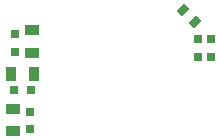
<source format=gtp>
G04*
G04 #@! TF.GenerationSoftware,Altium Limited,Altium Designer,21.2.0 (30)*
G04*
G04 Layer_Color=8421504*
%FSLAX25Y25*%
%MOIN*%
G70*
G04*
G04 #@! TF.SameCoordinates,4DC21BA0-2D48-497D-8E21-FAA421B52516*
G04*
G04*
G04 #@! TF.FilePolarity,Positive*
G04*
G01*
G75*
%ADD12R,0.05118X0.03543*%
%ADD13R,0.03543X0.05118*%
%ADD14R,0.03150X0.03150*%
G04:AMPARAMS|DCode=15|XSize=23.62mil|YSize=35.43mil|CornerRadius=0mil|HoleSize=0mil|Usage=FLASHONLY|Rotation=135.000|XOffset=0mil|YOffset=0mil|HoleType=Round|Shape=Rectangle|*
%AMROTATEDRECTD15*
4,1,4,0.02088,0.00418,-0.00418,-0.02088,-0.02088,-0.00418,0.00418,0.02088,0.02088,0.00418,0.0*
%
%ADD15ROTATEDRECTD15*%

%ADD16R,0.03150X0.03150*%
D12*
X-27362Y11122D02*
D03*
Y18602D02*
D03*
X-33661Y-7579D02*
D03*
Y-15059D02*
D03*
D13*
X-26772Y4035D02*
D03*
X-34252D02*
D03*
D14*
X27953Y9843D02*
D03*
Y15748D02*
D03*
X-33071Y11319D02*
D03*
Y17224D02*
D03*
X32283Y15748D02*
D03*
Y9843D02*
D03*
X-28051Y-8465D02*
D03*
Y-14370D02*
D03*
D15*
X23010Y25513D02*
D03*
X27186Y21337D02*
D03*
D16*
X-27559Y-1378D02*
D03*
X-33465D02*
D03*
M02*

</source>
